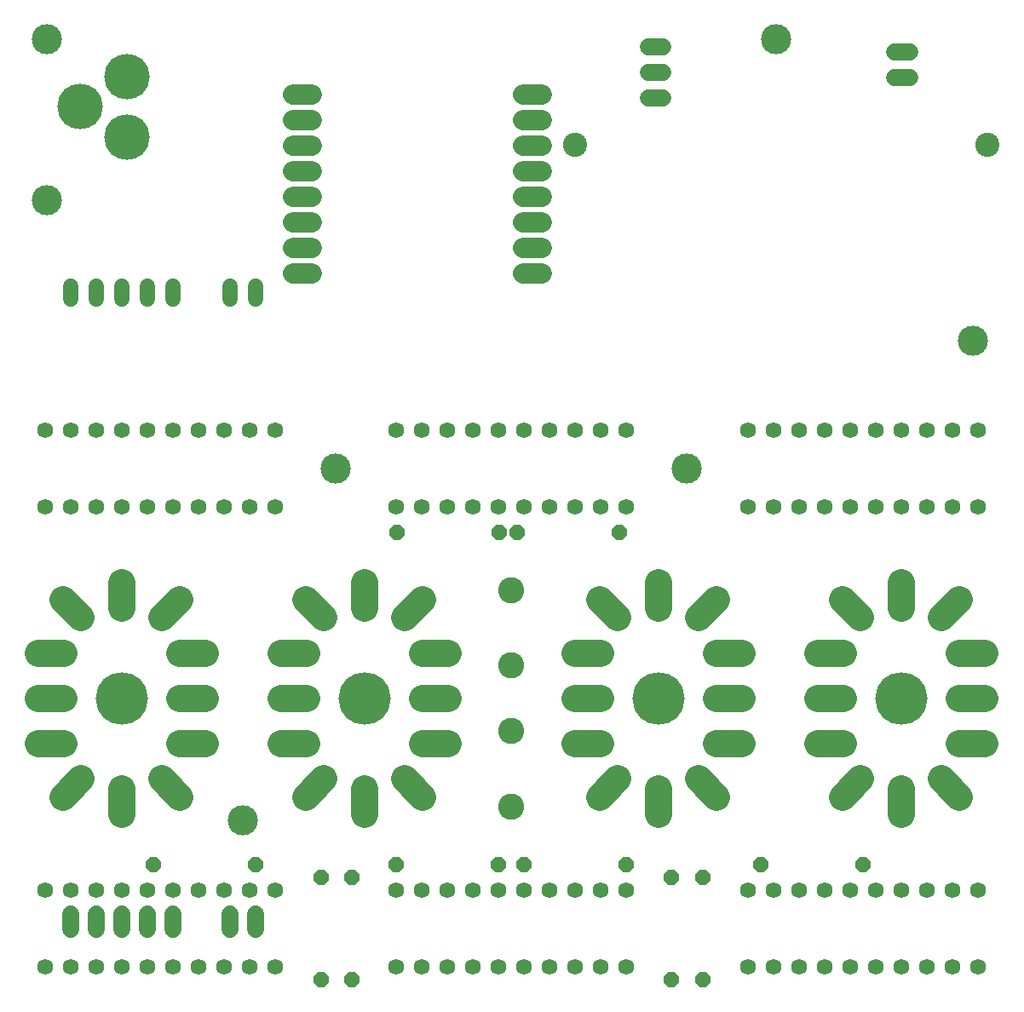
<source format=gbr>
G04 EAGLE Gerber RS-274X export*
G75*
%MOMM*%
%FSLAX34Y34*%
%LPD*%
%INSoldermask Bottom*%
%IPPOS*%
%AMOC8*
5,1,8,0,0,1.08239X$1,22.5*%
G01*
%ADD10P,1.649562X8X292.500000*%
%ADD11P,1.649562X8X22.500000*%
%ADD12P,1.649562X8X202.500000*%
%ADD13C,2.743200*%
%ADD14C,5.203200*%
%ADD15C,1.589200*%
%ADD16C,3.003200*%
%ADD17C,1.727200*%
%ADD18C,2.603200*%
%ADD19C,4.521200*%
%ADD20C,2.032000*%
%ADD21C,1.711200*%
%ADD22C,2.403200*%
%ADD23C,1.524000*%


D10*
X312420Y127000D03*
X312420Y25400D03*
X342900Y127000D03*
X342900Y25400D03*
X660400Y127000D03*
X660400Y25400D03*
X692150Y127000D03*
X692150Y25400D03*
D11*
X146050Y139700D03*
X247650Y139700D03*
D12*
X488950Y139700D03*
X387350Y139700D03*
X615950Y139700D03*
X514350Y139700D03*
D11*
X749300Y139700D03*
X850900Y139700D03*
D13*
X114300Y394800D02*
X114300Y420200D01*
X171800Y304800D02*
X197200Y304800D01*
X197200Y349800D02*
X171800Y349800D01*
X114300Y214800D02*
X114300Y189400D01*
X171800Y259800D02*
X197200Y259800D01*
X154300Y224800D02*
X172261Y206840D01*
X154300Y384800D02*
X172261Y402761D01*
X74300Y384800D02*
X56340Y402761D01*
X56800Y349800D02*
X31400Y349800D01*
X31400Y304800D02*
X56800Y304800D01*
X56800Y259800D02*
X31400Y259800D01*
X74300Y224800D02*
X56340Y206840D01*
D14*
X114300Y304800D03*
D15*
X965200Y571500D03*
X939800Y571500D03*
X914400Y571500D03*
X889000Y571500D03*
X863600Y571500D03*
X838200Y571500D03*
X812800Y571500D03*
X787400Y571500D03*
X762000Y571500D03*
X736600Y571500D03*
X736600Y495300D03*
X762000Y495300D03*
X787400Y495300D03*
X812800Y495300D03*
X838200Y495300D03*
X863600Y495300D03*
X889000Y495300D03*
X914400Y495300D03*
X939800Y495300D03*
X965200Y495300D03*
D13*
X355600Y420200D02*
X355600Y394800D01*
X413100Y304800D02*
X438500Y304800D01*
X438500Y349800D02*
X413100Y349800D01*
X355600Y214800D02*
X355600Y189400D01*
X413100Y259800D02*
X438500Y259800D01*
X395600Y224800D02*
X413561Y206840D01*
X395600Y384800D02*
X413561Y402761D01*
X315600Y384800D02*
X297640Y402761D01*
X298100Y349800D02*
X272700Y349800D01*
X272700Y304800D02*
X298100Y304800D01*
X298100Y259800D02*
X272700Y259800D01*
X315600Y224800D02*
X297640Y206840D01*
D14*
X355600Y304800D03*
D13*
X647700Y394800D02*
X647700Y420200D01*
X705200Y304800D02*
X730600Y304800D01*
X730600Y349800D02*
X705200Y349800D01*
X647700Y214800D02*
X647700Y189400D01*
X705200Y259800D02*
X730600Y259800D01*
X687700Y224800D02*
X705661Y206840D01*
X687700Y384800D02*
X705661Y402761D01*
X607700Y384800D02*
X589740Y402761D01*
X590200Y349800D02*
X564800Y349800D01*
X564800Y304800D02*
X590200Y304800D01*
X590200Y259800D02*
X564800Y259800D01*
X607700Y224800D02*
X589740Y206840D01*
D14*
X647700Y304800D03*
D13*
X889000Y394800D02*
X889000Y420200D01*
X946500Y304800D02*
X971900Y304800D01*
X971900Y349800D02*
X946500Y349800D01*
X889000Y214800D02*
X889000Y189400D01*
X946500Y259800D02*
X971900Y259800D01*
X929000Y224800D02*
X946961Y206840D01*
X929000Y384800D02*
X946961Y402761D01*
X849000Y384800D02*
X831040Y402761D01*
X831500Y349800D02*
X806100Y349800D01*
X806100Y304800D02*
X831500Y304800D01*
X831500Y259800D02*
X806100Y259800D01*
X849000Y224800D02*
X831040Y206840D01*
D14*
X889000Y304800D03*
D15*
X38100Y38100D03*
X63500Y38100D03*
X88900Y38100D03*
X114300Y38100D03*
X139700Y38100D03*
X165100Y38100D03*
X190500Y38100D03*
X215900Y38100D03*
X241300Y38100D03*
X266700Y38100D03*
X266700Y114300D03*
X241300Y114300D03*
X215900Y114300D03*
X190500Y114300D03*
X165100Y114300D03*
X139700Y114300D03*
X114300Y114300D03*
X88900Y114300D03*
X63500Y114300D03*
X38100Y114300D03*
X266700Y571500D03*
X241300Y571500D03*
X215900Y571500D03*
X190500Y571500D03*
X165100Y571500D03*
X139700Y571500D03*
X114300Y571500D03*
X88900Y571500D03*
X63500Y571500D03*
X38100Y571500D03*
X38100Y495300D03*
X63500Y495300D03*
X88900Y495300D03*
X114300Y495300D03*
X139700Y495300D03*
X165100Y495300D03*
X190500Y495300D03*
X215900Y495300D03*
X241300Y495300D03*
X266700Y495300D03*
X387350Y38100D03*
X412750Y38100D03*
X438150Y38100D03*
X463550Y38100D03*
X488950Y38100D03*
X514350Y38100D03*
X539750Y38100D03*
X565150Y38100D03*
X590550Y38100D03*
X615950Y38100D03*
X615950Y114300D03*
X590550Y114300D03*
X565150Y114300D03*
X539750Y114300D03*
X514350Y114300D03*
X488950Y114300D03*
X463550Y114300D03*
X438150Y114300D03*
X412750Y114300D03*
X387350Y114300D03*
X615950Y571500D03*
X590550Y571500D03*
X565150Y571500D03*
X539750Y571500D03*
X514350Y571500D03*
X488950Y571500D03*
X463550Y571500D03*
X438150Y571500D03*
X412750Y571500D03*
X387350Y571500D03*
X387350Y495300D03*
X412750Y495300D03*
X438150Y495300D03*
X463550Y495300D03*
X488950Y495300D03*
X514350Y495300D03*
X539750Y495300D03*
X565150Y495300D03*
X590550Y495300D03*
X615950Y495300D03*
X736600Y38100D03*
X762000Y38100D03*
X787400Y38100D03*
X812800Y38100D03*
X838200Y38100D03*
X863600Y38100D03*
X889000Y38100D03*
X914400Y38100D03*
X939800Y38100D03*
X965200Y38100D03*
X965200Y114300D03*
X939800Y114300D03*
X914400Y114300D03*
X889000Y114300D03*
X863600Y114300D03*
X838200Y114300D03*
X812800Y114300D03*
X787400Y114300D03*
X762000Y114300D03*
X736600Y114300D03*
D11*
X507350Y469900D03*
X608950Y469900D03*
D12*
X489600Y469900D03*
X388000Y469900D03*
D16*
X676275Y533400D03*
X327025Y533400D03*
D17*
X222250Y90170D02*
X222250Y74930D01*
X247650Y74930D02*
X247650Y90170D01*
X63500Y90170D02*
X63500Y74930D01*
X88900Y74930D02*
X88900Y90170D01*
X114300Y90170D02*
X114300Y74930D01*
X139700Y74930D02*
X139700Y90170D01*
X165100Y90170D02*
X165100Y74930D01*
D18*
X501650Y337500D03*
X501650Y412500D03*
X501650Y197500D03*
X501650Y272500D03*
D16*
X234950Y183400D03*
D19*
X120000Y863000D03*
X120000Y923000D03*
X73000Y893000D03*
D20*
X284936Y904810D02*
X303224Y904810D01*
X303224Y879410D02*
X284936Y879410D01*
X284936Y854010D02*
X303224Y854010D01*
X303224Y828610D02*
X284936Y828610D01*
X284936Y803210D02*
X303224Y803210D01*
X303224Y777810D02*
X284936Y777810D01*
X284936Y752410D02*
X303224Y752410D01*
X303224Y727010D02*
X284936Y727010D01*
X513536Y904810D02*
X531824Y904810D01*
X531824Y879410D02*
X513536Y879410D01*
X513536Y854010D02*
X531824Y854010D01*
X531824Y828610D02*
X513536Y828610D01*
X513536Y803210D02*
X531824Y803210D01*
X531824Y777810D02*
X513536Y777810D01*
X513536Y752410D02*
X531824Y752410D01*
X531824Y727010D02*
X513536Y727010D01*
D21*
X637460Y952580D02*
X652540Y952580D01*
X652540Y927180D02*
X637460Y927180D01*
X637460Y901780D02*
X652540Y901780D01*
X882460Y947080D02*
X897540Y947080D01*
X897540Y921680D02*
X882460Y921680D01*
D22*
X565000Y855080D03*
X975000Y855080D03*
D23*
X247650Y714704D02*
X247650Y701496D01*
X222250Y701496D02*
X222250Y714704D01*
X165100Y714704D02*
X165100Y701496D01*
X139700Y701496D02*
X139700Y714704D01*
X114300Y714704D02*
X114300Y701496D01*
X88900Y701496D02*
X88900Y714704D01*
X63500Y714704D02*
X63500Y701496D01*
D16*
X960000Y660000D03*
X40000Y800000D03*
X40000Y960000D03*
X765000Y960000D03*
M02*

</source>
